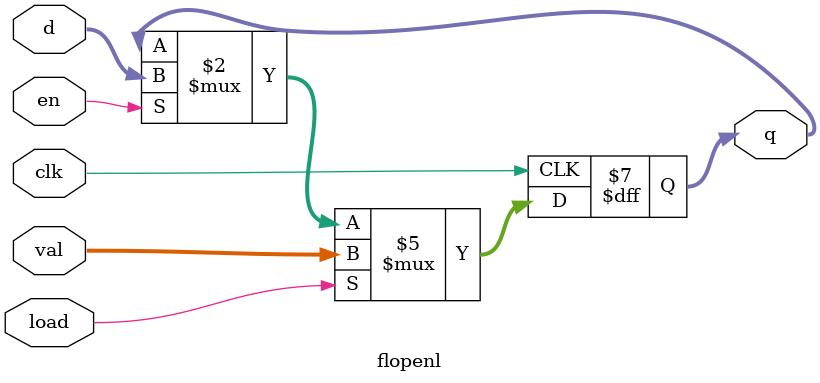
<source format=sv>

module flopenl #(parameter WIDTH = 8) (
  input  logic clk, load, en,
  input  logic [WIDTH-1:0] d,
  input  logic [WIDTH-1:0] val,
  output logic [WIDTH-1:0] q);

  always_ff @(posedge clk)
    if (load)    q <= val;
    else if (en) q <= d;
endmodule


</source>
